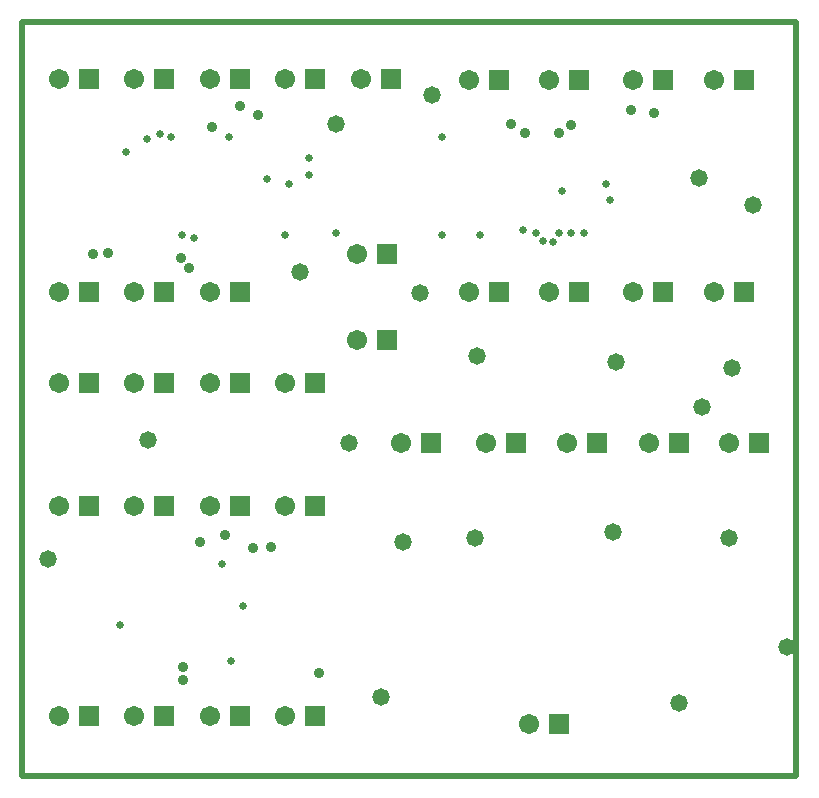
<source format=gts>
G04*
G04 #@! TF.GenerationSoftware,Altium Limited,Altium Designer,21.7.1 (17)*
G04*
G04 Layer_Color=8388736*
%FSLAX25Y25*%
%MOIN*%
G70*
G04*
G04 #@! TF.SameCoordinates,7C3BC35F-E18A-483C-85EC-813A21A3F68C*
G04*
G04*
G04 #@! TF.FilePolarity,Negative*
G04*
G01*
G75*
%ADD11C,0.01968*%
%ADD14C,0.06706*%
%ADD15R,0.06706X0.06706*%
%ADD16C,0.02572*%
%ADD17C,0.03556*%
%ADD18C,0.05800*%
D11*
X-39500Y63000D02*
X218500Y63000D01*
X-39500Y63000D02*
X-39500Y-188500D01*
X218500D01*
X218500Y63000D02*
X218500Y-188500D01*
D14*
X72000Y-14500D02*
D03*
Y-43000D02*
D03*
X86654Y-77500D02*
D03*
X115000D02*
D03*
X136047Y-27000D02*
D03*
X109500Y43500D02*
D03*
X-27224Y44000D02*
D03*
Y-27205D02*
D03*
X-2165Y44000D02*
D03*
Y-27205D02*
D03*
X136047Y43500D02*
D03*
X23000Y44000D02*
D03*
Y-27205D02*
D03*
X164000Y43500D02*
D03*
X48000Y44000D02*
D03*
X-27224Y-57500D02*
D03*
X191000Y43500D02*
D03*
X73500Y44000D02*
D03*
X-2165Y-57500D02*
D03*
X109500Y-27000D02*
D03*
X23000Y-57500D02*
D03*
X48000D02*
D03*
X164000Y-27000D02*
D03*
X191000D02*
D03*
X141929Y-77362D02*
D03*
X-27224Y-98500D02*
D03*
X169291Y-77500D02*
D03*
X-2161Y-98500D02*
D03*
X196000Y-77500D02*
D03*
X23000Y-98500D02*
D03*
X48000D02*
D03*
X129500Y-171000D02*
D03*
X-27224Y-168500D02*
D03*
X-2161D02*
D03*
X23000D02*
D03*
X48000D02*
D03*
D15*
X82000Y-14500D02*
D03*
Y-43000D02*
D03*
X96653Y-77500D02*
D03*
X125000D02*
D03*
X146047Y-27000D02*
D03*
X119500Y43500D02*
D03*
X-17224Y44000D02*
D03*
Y-27205D02*
D03*
X7835Y44000D02*
D03*
Y-27205D02*
D03*
X146047Y43500D02*
D03*
X33000Y44000D02*
D03*
Y-27205D02*
D03*
X174000Y43500D02*
D03*
X58000Y44000D02*
D03*
X-17224Y-57500D02*
D03*
X201000Y43500D02*
D03*
X83500Y44000D02*
D03*
X7835Y-57500D02*
D03*
X119500Y-27000D02*
D03*
X33000Y-57500D02*
D03*
X58000D02*
D03*
X174000Y-27000D02*
D03*
X201000D02*
D03*
X151929Y-77362D02*
D03*
X-17224Y-98500D02*
D03*
X179291Y-77500D02*
D03*
X7839Y-98500D02*
D03*
X206000Y-77500D02*
D03*
X33000Y-98500D02*
D03*
X58000D02*
D03*
X139500Y-171000D02*
D03*
X-17224Y-168500D02*
D03*
X7839D02*
D03*
X33000D02*
D03*
X58000D02*
D03*
D16*
X26900Y-117800D02*
D03*
X127200Y-6600D02*
D03*
X140200Y6600D02*
D03*
X48000Y-8243D02*
D03*
X-5100Y19600D02*
D03*
X55931Y17516D02*
D03*
X29492Y24501D02*
D03*
X34000Y-131900D02*
D03*
X17681Y-9000D02*
D03*
X65000Y-7500D02*
D03*
X113000Y-8000D02*
D03*
X100332Y-8243D02*
D03*
X100500Y24501D02*
D03*
X30000Y-150000D02*
D03*
X-7000Y-137992D02*
D03*
X42000Y10567D02*
D03*
X49500Y9000D02*
D03*
X137433Y-10500D02*
D03*
X139500Y-7500D02*
D03*
X131791D02*
D03*
X156500Y3500D02*
D03*
X155000Y9000D02*
D03*
X147638Y-7500D02*
D03*
X143500D02*
D03*
X134000Y-10000D02*
D03*
X1933Y24000D02*
D03*
X6500Y25500D02*
D03*
X10005Y24501D02*
D03*
X13744Y-8000D02*
D03*
X55931Y11812D02*
D03*
D17*
X19685Y-110584D02*
D03*
X27900Y-108200D02*
D03*
X23587Y27922D02*
D03*
X43500Y-112078D02*
D03*
X37486Y-112584D02*
D03*
X59500Y-154000D02*
D03*
X13965Y-152000D02*
D03*
Y-156465D02*
D03*
X123500Y29000D02*
D03*
X143500Y28500D02*
D03*
X163500Y33422D02*
D03*
X139500Y26000D02*
D03*
X128000D02*
D03*
X171000Y32422D02*
D03*
X-16000Y-14500D02*
D03*
X-11000Y-14000D02*
D03*
X33000Y34968D02*
D03*
X39052Y31878D02*
D03*
X13288Y-15712D02*
D03*
X15878Y-19122D02*
D03*
D18*
X87217Y-110584D02*
D03*
X204000Y2000D02*
D03*
X187000Y-65500D02*
D03*
X197000Y-52500D02*
D03*
X157500Y-107000D02*
D03*
X215500Y-145500D02*
D03*
X179291Y-164000D02*
D03*
X80000Y-162000D02*
D03*
X196000Y-109000D02*
D03*
X111500D02*
D03*
X-31000Y-116000D02*
D03*
X2500Y-76500D02*
D03*
X69500Y-77500D02*
D03*
X158500Y-50500D02*
D03*
X93000Y-27500D02*
D03*
X97000Y38500D02*
D03*
X65000Y29000D02*
D03*
X53000Y-20500D02*
D03*
X186000Y11000D02*
D03*
X112000Y-48500D02*
D03*
M02*

</source>
